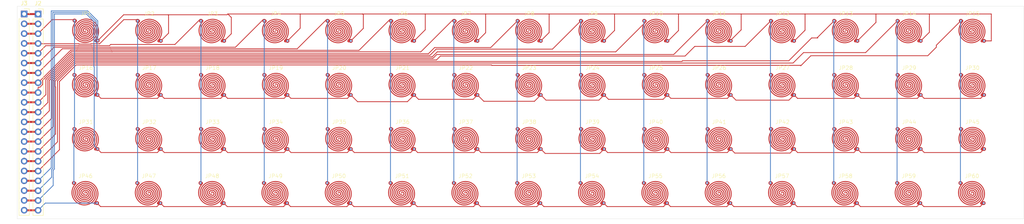
<source format=kicad_pcb>
(kicad_pcb (version 20241229) (generator "pcbnew") (generator_version "9.0")
  (layers (0 "F.Cu" signal) (2 "B.Cu" signal) (13 "F.Paste" user) (15 "B.Paste" user) (5 "F.SilkS" user "F.Silkscreen") (7 "B.SilkS" user "B.Silkscreen") (1 "F.Mask" user) (3 "B.Mask" user) (25 "Edge.Cuts" user))
  (net 0 "")
  (net 1 "COL_3")
  (net 2 "COL_11")
  (net 3 "COL_0")
  (net 4 "COL_8")
  (net 5 "COL_14")
  (net 6 "COL_6")
  (net 7 "COL_12")
  (net 8 "COL_1")
  (net 9 "GND")
  (net 10 "ROW_0")
  (net 11 "COL_9")
  (net 12 "COL_2")
  (net 13 "COL_13")
  (net 14 "COL_5")
  (net 15 "COL_10")
  (net 16 "ROW_1")
  (net 17 "+3.3V")
  (net 18 "ROW_2")
  (net 19 "COL_4")
  (net 20 "ROW_3")
  (net 21 "COL_7")
  (footprint "FlexSensorFootprint:10mmPad" (layer "F.Cu") (at 218.262831 40.863826)
    (property "Reference" "JP12")
    (property "Value" "Jumper_2_Open" (hide yes))
  )
  (footprint "FlexSensorFootprint:10mmPad" (layer "F.Cu") (at 152.726928 82.856913)
    (property "Reference" "JP53")
    (property "Value" "Jumper_2_Open" (hide yes))
  )
  (footprint "FlexSensorFootprint:10mmPad" (layer "F.Cu") (at 201.796157 82.856913)
    (property "Reference" "JP56")
    (property "Value" "Jumper_2_Open" (hide yes))
  )
  (footprint "Connector_PinSocket_2.54mm:PinSocket_1x21_P2.54mm_Vertical" (layer "F.Cu") (at 26.2 36.92)
    (property "Reference" "J2")
    (property "Value" "Conn_01x21_Pin")
  )
  (footprint "FlexSensorFootprint:10mmPad" (layer "F.Cu") (at 38.23206 82.856913)
    (property "Reference" "JP46")
    (property "Value" "Jumper_2_Open" (hide yes))
  )
  (footprint "FlexSensorFootprint:10mmPad" (layer "F.Cu") (at 136.480782 68.859217)
    (property "Reference" "JP37")
    (property "Value" "Jumper_2_Open" (hide yes))
  )
  (footprint "FlexSensorFootprint:10mmPad" (layer "F.Cu") (at 169.193602 68.859217)
    (property "Reference" "JP39")
    (property "Value" "Jumper_2_Open" (hide yes))
  )
  (footprint "FlexSensorFootprint:10mmPad" (layer "F.Cu") (at 136.480782 40.863826)
    (property "Reference" "JP7")
    (property "Value" "Jumper_2_Open" (hide yes))
  )
  (footprint "FlexSensorFootprint:10mmPad" (layer "F.Cu") (at 250.97565 40.863826)
    (property "Reference" "JP14")
    (property "Value" "Jumper_2_Open" (hide yes))
  )
  (footprint "FlexSensorFootprint:10mmPad" (layer "F.Cu") (at 87.411553 68.859217)
    (property "Reference" "JP34")
    (property "Value" "Jumper_2_Open" (hide yes))
  )
  (footprint "FlexSensorFootprint:10mmPad" (layer "F.Cu") (at 234.619241 40.863826)
    (property "Reference" "JP13")
    (property "Value" "Jumper_2_Open" (hide yes))
  )
  (footprint "FlexSensorFootprint:10mmPad" (layer "F.Cu") (at 54.698734 68.859217)
    (property "Reference" "JP32")
    (property "Value" "Jumper_2_Open" (hide yes))
  )
  (footprint "FlexSensorFootprint:10mmPad" (layer "F.Cu") (at 54.698734 54.861522)
    (property "Reference" "JP17")
    (property "Value" "Jumper_2_Open" (hide yes))
  )
  (footprint "FlexSensorFootprint:10mmPad" (layer "F.Cu") (at 234.508977 82.856913)
    (property "Reference" "JP58")
    (property "Value" "Jumper_2_Open" (hide yes))
  )
  (footprint "FlexSensorFootprint:10mmPad" (layer "F.Cu") (at 120.124373 40.863826)
    (property "Reference" "JP6")
    (property "Value" "Jumper_2_Open" (hide yes))
  )
  (footprint "FlexSensorFootprint:10mmPad" (layer "F.Cu") (at 250.97565 54.861522)
    (property "Reference" "JP29")
    (property "Value" "Jumper_2_Open" (hide yes))
  )
  (footprint "FlexSensorFootprint:10mmPad" (layer "F.Cu") (at 234.619241 68.859217)
    (property "Reference" "JP43")
    (property "Value" "Jumper_2_Open" (hide yes))
  )
  (footprint "FlexSensorFootprint:10mmPad" (layer "F.Cu") (at 120.124373 54.861522)
    (property "Reference" "JP21")
    (property "Value" "Jumper_2_Open" (hide yes))
  )
  (footprint "FlexSensorFootprint:10mmPad" (layer "F.Cu") (at 169.083338 82.856913)
    (property "Reference" "JP54")
    (property "Value" "Jumper_2_Open" (hide yes))
  )
  (footprint "FlexSensorFootprint:10mmPad" (layer "F.Cu") (at 103.767963 54.861522)
    (property "Reference" "JP20")
    (property "Value" "Jumper_2_Open" (hide yes))
  )
  (footprint "FlexSensorFootprint:10mmPad" (layer "F.Cu") (at 250.97565 68.859217)
    (property "Reference" "JP44")
    (property "Value" "Jumper_2_Open" (hide yes))
  )
  (footprint "FlexSensorFootprint:10mmPad" (layer "F.Cu") (at 152.837192 68.859217)
    (property "Reference" "JP38")
    (property "Value" "Jumper_2_Open" (hide yes))
  )
  (footprint "FlexSensorFootprint:10mmPad" (layer "F.Cu") (at 71.055144 40.863826)
    (property "Reference" "JP3")
    (property "Value" "Jumper_2_Open" (hide yes))
  )
  (footprint "FlexSensorFootprint:10mmPad" (layer "F.Cu") (at 218.152567 82.856913)
    (property "Reference" "JP57")
    (property "Value" "Jumper_2_Open" (hide yes))
  )
  (footprint "FlexSensorFootprint:10mmPad" (layer "F.Cu") (at 103.657699 82.856913)
    (property "Reference" "JP50")
    (property "Value" "Jumper_2_Open" (hide yes))
  )
  (footprint "FlexSensorFootprint:10mmPad" (layer "F.Cu") (at 185.550012 54.861522)
    (property "Reference" "JP25")
    (property "Value" "Jumper_2_Open" (hide yes))
  )
  (footprint "FlexSensorFootprint:10mmPad" (layer "F.Cu") (at 169.193602 40.863826)
    (property "Reference" "JP9")
    (property "Value" "Jumper_2_Open" (hide yes))
  )
  (footprint "FlexSensorFootprint:10mmPad" (layer "F.Cu") (at 234.619241 54.861522)
    (property "Reference" "JP28")
    (property "Value" "Jumper_2_Open" (hide yes))
  )
  (footprint "FlexSensorFootprint:10mmPad" (layer "F.Cu") (at 136.370518 82.856913)
    (property "Reference" "JP52")
    (property "Value" "Jumper_2_Open" (hide yes))
  )
  (footprint "FlexSensorFootprint:10mmPad" (layer "F.Cu") (at 120.124373 68.859217)
    (property "Reference" "JP36")
    (property "Value" "Jumper_2_Open" (hide yes))
  )
  (footprint "FlexSensorFootprint:10mmPad" (layer "F.Cu") (at 201.906421 40.863826)
    (property "Reference" "JP11")
    (property "Value" "Jumper_2_Open" (hide yes))
  )
  (footprint "FlexSensorFootprint:10mmPad" (layer "F.Cu") (at 103.767963 68.859217)
    (property "Reference" "JP35")
    (property "Value" "Jumper_2_Open" (hide yes))
  )
  (footprint "FlexSensorFootprint:10mmPad" (layer "F.Cu") (at 185.550012 40.863826)
    (property "Reference" "JP10")
    (property "Value" "Jumper_2_Open" (hide yes))
  )
  (footprint "FlexSensorFootprint:10mmPad" (layer "F.Cu") (at 38.4 40.8)
    (property "Reference" "JP1")
    (property "Value" "Jumper_2_Open" (hide yes))
  )
  (footprint "FlexSensorFootprint:10mmPad" (layer "F.Cu") (at 87.411553 40.863826)
    (property "Reference" "JP4")
    (property "Value" "Jumper_2_Open" (hide yes))
  )
  (footprint "FlexSensorFootprint:10mmPad" (layer "F.Cu") (at 201.906421 68.859217)
    (property "Reference" "JP41")
    (property "Value" "Jumper_2_Open" (hide yes))
  )
  (footprint "FlexSensorFootprint:10mmPad" (layer "F.Cu") (at 103.767963 40.863826)
    (property "Reference" "JP5")
    (property "Value" "Jumper_2_Open" (hide yes))
  )
  (footprint "FlexSensorFootprint:10mmPad" (layer "F.Cu") (at 71.055144 68.859217)
    (property "Reference" "JP33")
    (property "Value" "Jumper_2_Open" (hide yes))
  )
  (footprint "FlexSensorFootprint:10mmPad" (layer "F.Cu") (at 38.342324 54.861522)
    (property "Reference" "JP16")
    (property "Value" "Jumper_2_Open" (hide yes))
  )
  (footprint "FlexSensorFootprint:10mmPad" (layer "F.Cu") (at 169.193602 54.861522)
    (property "Reference" "JP24")
    (property "Value" "Jumper_2_Open" (hide yes))
  )
  (footprint "FlexSensorFootprint:10mmPad" (layer "F.Cu") (at 87.301289 82.856913)
    (property "Reference" "JP49")
    (property "Value" "Jumper_2_Open" (hide yes))
  )
  (footprint "FlexSensorFootprint:10mmPad" (layer "F.Cu") (at 267.221796 82.856913)
    (property "Reference" "JP60")
    (property "Value" "Jumper_2_Open" (hide yes))
  )
  (footprint "FlexSensorFootprint:10mmPad" (layer "F.Cu") (at 218.262831 54.861522)
    (property "Reference" "JP27")
    (property "Value" "Jumper_2_Open" (hide yes))
  )
  (footprint "FlexSensorFootprint:10mmPad" (layer "F.Cu") (at 267.33206 40.863826)
    (property "Reference" "JP15")
    (property "Value" "Jumper_2_Open" (hide yes))
  )
  (footprint "FlexSensorFootprint:10mmPad" (layer "F.Cu") (at 152.837192 54.861522)
    (property "Reference" "JP23")
    (property "Value" "Jumper_2_Open" (hide yes))
  )
  (footprint "FlexSensorFootprint:10mmPad" (layer "F.Cu") (at 267.33206 68.859217)
    (property "Reference" "JP45")
    (property "Value" "Jumper_2_Open" (hide yes))
  )
  (footprint "FlexSensorFootprint:10mmPad" (layer "F.Cu") (at 267.33206 54.861522)
    (property "Reference" "JP30")
    (property "Value" "Jumper_2_Open" (hide yes))
  )
  (footprint "FlexSensorFootprint:10mmPad" (layer "F.Cu") (at 136.480782 54.861522)
    (property "Reference" "JP22")
    (property "Value" "Jumper_2_Open" (hide yes))
  )
  (footprint "FlexSensorFootprint:10mmPad" (layer "F.Cu") (at 70.94488 82.856913)
    (property "Reference" "JP48")
    (property "Value" "Jumper_2_Open" (hide yes))
  )
  (footprint "FlexSensorFootprint:10mmPad" (layer "F.Cu") (at 54.58847 82.856913)
    (property "Reference" "JP47")
    (property "Value" "Jumper_2_Open" (hide yes))
  )
  (footprint "FlexSensorFootprint:10mmPad" (layer "F.Cu") (at 250.865386 82.856913)
    (property "Reference" "JP59")
    (property "Value" "Jumper_2_Open" (hide yes))
  )
  (footprint "FlexSensorFootprint:10mmPad" (layer "F.Cu") (at 120.014109 82.856913)
    (property "Reference" "JP51")
    (property "Value" "Jumper_2_Open" (hide yes))
  )
  (footprint "FlexSensorFootprint:10mmPad" (layer "F.Cu") (at 71.055144 54.861522)
    (property "Reference" "JP18")
    (property "Value" "Jumper_2_Open" (hide yes))
  )
  (footprint "FlexSensorFootprint:10mmPad" (layer "F.Cu") (at 185.439748 82.856913)
    (property "Reference" "JP55")
    (property "Value" "Jumper_2_Open" (hide yes))
  )
  (footprint "Connector_PinSocket_2.54mm:PinSocket_1x21_P2.54mm_Vertical" (layer "F.Cu") (at 22.6 36.9)
    (property "Reference" "J3")
    (property "Value" "Conn_01x21_Pin")
  )
  (footprint "FlexSensorFootprint:10mmPad" (layer "F.Cu") (at 201.906421 54.861522)
    (property "Reference" "JP26")
    (property "Value" "Jumper_2_Open" (hide yes))
  )
  (footprint "FlexSensorFootprint:10mmPad" (layer "F.Cu") (at 218.262831 68.859217)
    (property "Reference" "JP42")
    (property "Value" "Jumper_2_Open" (hide yes))
  )
  (footprint "FlexSensorFootprint:10mmPad" (layer "F.Cu") (at 87.411553 54.861522)
    (property "Reference" "JP19")
    (property "Value" "Jumper_2_Open" (hide yes))
  )
  (footprint "FlexSensorFootprint:10mmPad" (layer "F.Cu") (at 38.342324 68.859217)
    (property "Reference" "JP31")
    (property "Value" "Jumper_2_Open" (hide yes))
  )
  (footprint "FlexSensorFootprint:10mmPad" (layer "F.Cu") (at 185.550012 68.859217)
    (property "Reference" "JP40")
    (property "Value" "Jumper_2_Open" (hide yes))
  )
  (footprint "FlexSensorFootprint:10mmPad" (layer "F.Cu") (at 54.698734 40.863826)
    (property "Reference" "JP2")
    (property "Value" "Jumper_2_Open" (hide yes))
  )
  (footprint "FlexSensorFootprint:10mmPad" (layer "F.Cu") (at 152.837192 40.863826)
    (property "Reference" "JP8")
    (property "Value" "Jumper_2_Open" (hide yes))
  )
  (gr_rect (start 20.78206 34.906913) (end 280.782057 89.906913) (stroke (width 0.05)) (fill no) (layer "Edge.Cuts"))
  (segment (start 26.2 49.62) (end 30.319 45.501) (width 0.2) (layer "F.Cu") (net 1))
  (segment (start 36.473677 45.505581) (end 40.141918 45.505581) (width 0.2) (layer "F.Cu") (net 1))
  (segment (start 26.18 49.6) (end 26.2 49.62) (width 0.2) (layer "F.Cu") (net 1))
  (segment (start 22.6 49.6) (end 26.18 49.6) (width 0.5) (layer "F.Cu") (net 1))
  (segment (start 40.146499 45.501) (end 44.804401 45.501) (width 0.2) (layer "F.Cu") (net 1))
  (segment (start 40.141918 45.505581) (end 40.146499 45.501) (width 0.2) (layer "F.Cu") (net 1))
  (segment (start 36.469096 45.501) (end 36.473677 45.505581) (width 0.2) (layer "F.Cu") (net 1))
  (segment (start 44.805401 45.5) (end 77.18402 45.5) (width 0.2) (layer "F.Cu") (net 1))
  (segment (start 30.319 45.501) (end 36.469096 45.501) (width 0.2) (layer "F.Cu") (net 1))
  (segment (start 77.18402 45.5) (end 84.315874 38.368146) (width 0.2) (layer "F.Cu") (net 1))
  (segment (start 44.804401 45.501) (end 44.805401 45.5) (width 0.2) (layer "F.Cu") (net 1))
  (via (at 84.611553 38.663826) (size 0.6) (drill 0.3) (layers "F.Cu" "B.Cu") (net 1))
  (via (at 84.611553 66.659217) (size 0.6) (drill 0.3) (layers "F.Cu" "B.Cu") (net 1))
  (via (at 84.501289 80.656913) (size 0.6) (drill 0.3) (layers "F.Cu" "B.Cu") (net 1))
  (via (at 84.611553 52.661522) (size 0.6) (drill 0.3) (layers "F.Cu" "B.Cu") (net 1))
  (segment (start 84.611553 38.663826) (end 84.611553 80.546649) (width 0.2) (layer "B.Cu") (net 1))
  (segment (start 84.611553 80.546649) (end 84.501289 80.656913) (width 0.2) (layer "B.Cu") (net 1))
  (segment (start 26.2 69.94) (end 30.1 66.04) (width 0.2) (layer "F.Cu") (net 2))
  (segment (start 195.8 45.3) (end 208.826657 45.3) (width 0.2) (layer "F.Cu") (net 2))
  (segment (start 30.101 54.2016) (end 35.4986 48.804) (width 0.2) (layer "F.Cu") (net 2))
  (segment (start 208.826657 45.3) (end 215.462831 38.663826) (width 0.2) (layer "F.Cu") (net 2))
  (segment (start 193.3 47.8) (end 195.8 45.3) (width 0.2) (layer "F.Cu") (net 2))
  (segment (start 30.1 66.04) (end 30.1 64.0671) (width 0.2) (layer "F.Cu") (net 2))
  (segment (start 30.1 64.0671) (end 30.101 64.0661) (width 0.2) (layer "F.Cu") (net 2))
  (segment (start 26.18 69.92) (end 26.2 69.94) (width 0.2) (layer "F.Cu") (net 2))
  (segment (start 30.101 64.0661) (end 30.101 54.2016) (width 0.2) (layer "F.Cu") (net 2))
  (segment (start 22.6 69.92) (end 26.18 69.92) (width 0.5) (layer "F.Cu") (net 2))
  (segment (start 130.1 47.8) (end 193.3 47.8) (width 0.2) (layer "F.Cu") (net 2))
  (segment (start 129.096 48.804) (end 130.1 47.8) (width 0.2) (layer "F.Cu") (net 2))
  (segment (start 35.4986 48.804) (end 129.096 48.804) (width 0.2) (layer "F.Cu") (net 2))
  (via (at 215.462831 52.661522) (size 0.6) (drill 0.3) (layers "F.Cu" "B.Cu") (net 2))
  (via (at 215.462831 66.659217) (size 0.6) (drill 0.3) (layers "F.Cu" "B.Cu") (net 2))
  (via (at 215.352567 80.656913) (size 0.6) (drill 0.3) (layers "F.Cu" "B.Cu") (net 2))
  (via (at 215.462831 38.663826) (size 0.6) (drill 0.3) (layers "F.Cu" "B.Cu") (net 2))
  (segment (start 215.352567 38.77409) (end 215.462831 38.663826) (width 0.2) (layer "B.Cu") (net 2))
  (segment (start 215.352567 80.656913) (end 215.352567 38.77409) (width 0.2) (layer "B.Cu") (net 2))
  (segment (start 22.62 42) (end 22.6 41.98) (width 0.2) (layer "F.Cu") (net 3))
  (segment (start 26.2 42) (end 29.831854 38.368146) (width 0.2) (layer "F.Cu") (net 3))
  (segment (start 29.831854 38.368146) (end 35.246645 38.368146) (width 0.2) (layer "F.Cu") (net 3))
  (segment (start 26.2 42) (end 22.62 42) (width 0.5) (layer "F.Cu") (net 3))
  (via (at 35.6 38.6) (size 0.6) (drill 0.3) (layers "F.Cu" "B.Cu") (net 3))
  (via (at 35.43206 80.656913) (size 0.6) (drill 0.3) (layers "F.Cu" "B.Cu") (net 3))
  (via (at 35.542324 66.659217) (size 0.6) (drill 0.3) (layers "F.Cu" "B.Cu") (net 3))
  (via (at 35.542324 52.661522) (size 0.6) (drill 0.3) (layers "F.Cu" "B.Cu") (net 3))
  (segment (start 35.43206 80.656913) (end 35.43206 66.769481) (width 0.2) (layer "B.Cu") (net 3))
  (segment (start 35.6 38.6) (end 35.6 66.601541) (width 0.2) (layer "B.Cu") (net 3))
  (segment (start 35.43206 66.769481) (end 35.542324 66.659217) (width 0.2) (layer "B.Cu") (net 3))
  (segment (start 35.6 66.601541) (end 35.542324 66.659217) (width 0.2) (layer "B.Cu") (net 3))
  (segment (start 127.4 47.601) (end 129 46.001) (width 0.2) (layer "F.Cu") (net 4))
  (segment (start 22.62 62.32) (end 22.6 62.3) (width 0.2) (layer "F.Cu") (net 4))
  (segment (start 129 46.001) (end 159.056428 46.001) (width 0.2) (layer "F.Cu") (net 4))
  (segment (start 28.7 59.82) (end 28.7 53.9013) (width 0.2) (layer "F.Cu") (net 4))
  (segment (start 159.056428 46.001) (end 166.393602 38.663826) (width 0.2) (layer "F.Cu") (net 4))
  (segment (start 35.0003 47.601) (end 127.4 47.601) (width 0.2) (layer "F.Cu") (net 4))
  (segment (start 28.7 53.9013) (end 35.0003 47.601) (width 0.2) (layer "F.Cu") (net 4))
  (segment (start 26.2 62.32) (end 22.62 62.32) (width 0.5) (layer "F.Cu") (net 4))
  (segment (start 26.2 62.32) (end 28.7 59.82) (width 0.2) (layer "F.Cu") (net 4))
  (via (at 166.283338 80.656913) (size 0.6) (drill 0.3) (layers "F.Cu" "B.Cu") (net 4))
  (via (at 166.393602 66.659217) (size 0.6) (drill 0.3) (layers "F.Cu" "B.Cu") (net 4))
  (via (at 166.393602 38.663826) (size 0.6) (drill 0.3) (layers "F.Cu" "B.Cu") (net 4))
  (via (at 166.393602 52.661522) (size 0.6) (drill 0.3) (layers "F.Cu" "B.Cu") (net 4))
  (segment (start 166.283338 38.77409) (end 166.393602 38.663826) (width 0.2) (layer "B.Cu") (net 4))
  (segment (start 166.283338 80.656913) (end 166.283338 38.77409) (width 0.2) (layer "B.Cu") (net 4))
  (segment (start 36 50.1) (end 143.3 50.1) (width 0.2) (layer "F.Cu") (net 5))
  (segment (start 31.7 54.4) (end 36 50.1) (width 0.2) (layer "F.Cu") (net 5))
  (segment (start 143.4 50.2) (end 223.1 50.2) (width 0.2) (layer "F.Cu") (net 5))
  (segment (start 258.2 45.5) (end 258.2 44.995886) (width 0.2) (layer "F.Cu") (net 5))
  (segment (start 26.2 77.56) (end 22.62 77.56) (width 0.5) (layer "F.Cu") (net 5))
  (segment (start 256 47.7) (end 258.2 45.5) (width 0.2) (layer "F.Cu") (net 5))
  (segment (start 143.3 50.1) (end 143.4 50.2) (width 0.2) (layer "F.Cu") (net 5))
  (segment (start 223.2 50.3) (end 225.8 47.7) (width 0.2) (layer "F.Cu") (net 5))
  (segment (start 22.62 77.56) (end 22.6 77.54) (width 0.2) (layer "F.Cu") (net 5))
  (segment (start 31.7 72.06) (end 31.7 54.4) (width 0.2) (layer "F.Cu") (net 5))
  (segment (start 258.2 44.995886) (end 264.53206 38.663826) (width 0.2) (layer "F.Cu") (net 5))
  (segment (start 26.2 77.56) (end 31.7 72.06) (width 0.2) (layer "F.Cu") (net 5))
  (segment (start 225.8 47.7) (end 256 47.7) (width 0.2) (layer "F.Cu") (net 5))
  (segment (start 223.1 50.2) (end 223.2 50.3) (width 0.2) (layer "F.Cu") (net 5))
  (via (at 264.421796 80.656913) (size 0.6) (drill 0.3) (layers "F.Cu" "B.Cu") (net 5))
  (via (at 264.53206 38.663826) (size 0.6) (drill 0.3) (layers "F.Cu" "B.Cu") (net 5))
  (via (at 264.53206 52.661522) (size 0.6) (drill 0.3) (layers "F.Cu" "B.Cu") (net 5))
  (via (at 264.53206 66.659217) (size 0.6) (drill 0.3) (layers "F.Cu" "B.Cu") (net 5))
  (segment (start 264.421796 38.77409) (end 264.53206 38.663826) (width 0.2) (layer "B.Cu") (net 5))
  (segment (start 264.421796 80.656913) (end 264.421796 38.77409) (width 0.2) (layer "B.Cu") (net 5))
  (segment (start 26.2 57.24) (end 26.2 56) (width 0.2) (layer "F.Cu") (net 6))
  (segment (start 26.2 57.24) (end 22.62 57.24) (width 0.5) (layer "F.Cu") (net 6))
  (segment (start 40.640218 46.708581) (end 40.644799 46.704) (width 0.2) (layer "F.Cu") (net 6))
  (segment (start 26.2 56) (end 26.349 55.851) (width 0.2) (layer "F.Cu") (net 6))
  (segment (start 26.349 55.851) (end 26.67676 55.851) (width 0.2) (layer "F.Cu") (net 6))
  (segment (start 26.67676 55.851) (end 27.351 55.17676) (width 0.2) (layer "F.Cu") (net 6))
  (segment (start 40.644799 46.704) (end 45.302701 46.704) (width 0.2) (layer "F.Cu") (net 6))
  (segment (start 27.351 55.17676) (end 27.351 54.1161) (width 0.2) (layer "F.Cu") (net 6))
  (segment (start 45.302701 46.704) (end 45.303701 46.703) (width 0.2) (layer "F.Cu") (net 6))
  (segment (start 125.050249 46.703) (end 133.385103 38.368146) (width 0.2) (layer "F.Cu") (net 6))
  (segment (start 45.303701 46.703) (end 125.050249 46.703) (width 0.2) (layer "F.Cu") (net 6))
  (segment (start 27.351 54.1161) (end 34.758519 46.708581) (width 0.2) (layer "F.Cu") (net 6))
  (segment (start 34.758519 46.708581) (end 40.640218 46.708581) (width 0.2) (layer "F.Cu") (net 6))
  (segment (start 22.62 57.24) (end 22.6 57.22) (width 0.2) (layer "F.Cu") (net 6))
  (via (at 133.570518 80.656913) (size 0.6) (drill 0.3) (layers "F.Cu" "B.Cu") (net 6))
  (via (at 133.680782 66.659217) (size 0.6) (drill 0.3) (layers "F.Cu" "B.Cu") (net 6))
  (via (at 133.680782 38.663826) (size 0.6) (drill 0.3) (layers "F.Cu" "B.Cu") (net 6))
  (via (at 133.680782 52.661522) (size 0.6) (drill 0.3) (layers "F.Cu" "B.Cu") (net 6))
  (segment (start 133.570518 38.77409) (end 133.680782 38.663826) (width 0.2) (layer "B.Cu") (net 6))
  (segment (start 133.570518 80.656913) (end 133.570518 38.77409) (width 0.2) (layer "B.Cu") (net 6))
  (segment (start 227.5 43.1) (end 227.5 42.983067) (width 0.2) (layer "F.Cu") (net 7))
  (segment (start 187.305 49.205) (end 187.309 49.201) (width 0.2) (layer "F.Cu") (net 7))
  (segment (start 220.1 49) (end 226 43.1) (width 0.2) (layer "F.Cu") (net 7))
  (segment (start 192.6671 49) (end 220.1 49) (width 0.2) (layer "F.Cu") (net 7))
  (segment (start 35.6647 49.205) (end 187.305 49.205) (width 0.2) (layer "F.Cu") (net 7))
  (segment (start 30.6 55.7) (end 30.6 54.2697) (width 0.2) (layer "F.Cu") (net 7))
  (segment (start 192.4661 49.201) (end 192.6671 49) (width 0.2) (layer "F.Cu") (net 7))
  (segment (start 30.6 54.2697) (end 35.6647 49.205) (width 0.2) (layer "F.Cu") (net 7))
  (segment (start 227.5 43.1) (end 227.6 43.1) (width 0.2) (layer "F.Cu") (net 7))
  (segment (start 30.7 55.8) (end 30.6 55.7) (width 0.2) (layer "F.Cu") (net 7))
  (segment (start 22.62 72.48) (end 22.6 72.46) (width 0.2) (layer "F.Cu") (net 7))
  (segment (start 26.2 72.48) (end 30.7 67.98) (width 0.2) (layer "F.Cu") (net 7))
  (segment (start 26.2 72.48) (end 22.62 72.48) (width 0.5) (layer "F.Cu") (net 7))
  (segment (start 30.7 67.98) (end 30.7 55.8) (width 0.2) (layer "F.Cu") (net 7))
  (segment (start 226 43.1) (end 227.5 43.1) (width 0.2) (layer "F.Cu") (net 7))
  (segment (start 187.309 49.201) (end 192.4661 49.201) (width 0.2) (layer "F.Cu") (net 7))
  (segment (start 227.5 42.983067) (end 231.819241 38.663826) (width 0.2) (layer "F.Cu") (net 7))
  (via (at 231.819241 66.659217) (size 0.6) (drill 0.3) (layers "F.Cu" "B.Cu") (net 7))
  (via (at 231.819241 52.661522) (size 0.6) (drill 0.3) (layers "F.Cu" "B.Cu") (net 7))
  (via (at 231.819241 38.663826) (size 0.6) (drill 0.3) (layers "F.Cu" "B.Cu") (net 7))
  (via (at 231.708977 80.656913) (size 0.6) (drill 0.3) (layers "F.Cu" "B.Cu") (net 7))
  (segment (start 231.708977 38.77409) (end 231.819241 38.663826) (width 0.2) (layer "B.Cu") (net 7))
  (segment (start 231.708977 80.656913) (end 231.708977 38.77409) (width 0.2) (layer "B.Cu") (net 7))
  (segment (start 48.331854 38.368146) (end 51.603055 38.368146) (width 0.2) (layer "F.Cu") (net 8))
  (segment (start 41.933856 44.606) (end 41.939856 44.6) (width 0.2) (layer "F.Cu") (net 8))
  (segment (start 42.1 44.6) (end 48.331854 38.368146) (width 0.2) (layer "F.Cu") (net 8))
  (segment (start 26.18 44.52) (end 26.2 44.54) (width 0.2) (layer "F.Cu") (net 8))
  (segment (start 36.702296 44.6) (end 36.805877 44.703581) (width 0.2) (layer "F.Cu") (net 8))
  (segment (start 26.26 44.6) (end 36.702296 44.6) (width 0.2) (layer "F.Cu") (net 8))
  (segment (start 41.939856 44.6) (end 42.1 44.6) (width 0.2) (layer "F.Cu") (net 8))
  (segment (start 26.2 44.54) (end 26.26 44.6) (width 0.2) (layer "F.Cu") (net 8))
  (segment (start 39.809718 44.703581) (end 39.907299 44.606) (width 0.2) (layer "F.Cu") (net 8))
  (segment (start 39.907299 44.606) (end 41.933856 44.606) (width 0.2) (layer "F.Cu") (net 8))
  (segment (start 22.6 44.52) (end 26.18 44.52) (width 0.5) (layer "F.Cu") (net 8))
  (segment (start 36.805877 44.703581) (end 39.809718 44.703581) (width 0.2) (layer "F.Cu") (net 8))
  (via (at 51.898734 66.659217) (size 0.6) (drill 0.3) (layers "F.Cu" "B.Cu") (net 8))
  (via (at 51.898734 52.661522) (size 0.6) (drill 0.3) (layers "F.Cu" "B.Cu") (net 8))
  (via (at 51.898734 38.663826) (size 0.6) (drill 0.3) (layers "F.Cu" "B.Cu") (net 8))
  (via (at 51.78847 80.656913) (size 0.6) (drill 0.3) (layers "F.Cu" "B.Cu") (net 8))
  (segment (start 51.898734 38.663826) (end 51.898734 80.546649) (width 0.2) (layer "B.Cu") (net 8))
  (segment (start 51.898734 80.546649) (end 51.78847 80.656913) (width 0.2) (layer "B.Cu") (net 8))
  (segment (start 22.62 36.92) (end 22.6 36.9) (width 0.2) (layer "F.Cu") (net 9))
  (segment (start 26.2 36.92) (end 22.62 36.92) (width 0.5) (layer "F.Cu") (net 9))
  (segment (start 207.8 41) (end 207.8 36.9) (width 0.2) (layer "F.Cu") (net 10))
  (segment (start 175.1 36.9) (end 191.6 36.9) (width 0.2) (layer "F.Cu") (net 10))
  (segment (start 93.9 36.9) (end 110 36.9) (width 0.2) (layer "F.Cu") (net 10))
  (segment (start 191.6 36.9) (end 207.8 36.9) (width 0.2) (layer "F.Cu") (net 10))
  (segment (start 139.680782 43.863826) (end 141.8 41.744608) (width 0.2) (layer "F.Cu") (net 10))
  (segment (start 75.2 36.9) (end 75 37.1) (width 0.2) (layer "F.Cu") (net 10))
  (segment (start 224.1 41.3) (end 224.3 41.1) (width 0.2) (layer "F.Cu") (net 10))
  (segment (start 242.6 39.083067) (end 242.6 36.9) (width 0.2) (layer "F.Cu") (net 10))
  (segment (start 110.2 37.1) (end 110 36.9) (width 0.2) (layer "F.Cu") (net 10))
  (segment (start 207.8 36.9) (end 224.3 36.9) (width 0.2) (layer "F.Cu") (net 10))
  (segment (start 158.2 41.701018) (end 158.2 36.9) (width 0.2) (layer "F.Cu") (net 10))
  (segment (start 188.750012 43.863826) (end 188.936174 43.863826) (width 0.2) (layer "F.Cu") (net 10))
  (segment (start 41.6 43.8) (end 48.3 37.1) (width 0.2) (layer "F.Cu") (net 10))
  (segment (start 106.967963 43.863826) (end 110.2 40.631789) (width 0.2) (layer "F.Cu") (net 10))
  (segment (start 172.393602 43.863826) (end 175.1 41.157428) (width 0.2) (layer "F.Cu") (net 10))
  (segment (start 126.2 40.988199) (end 126.2 36.9) (width 0.2) (layer "F.Cu") (net 10))
  (segment (start 74.255144 43.863826) (end 76.1 42.01897) (width 0.2) (layer "F.Cu") (net 10))
  (segment (start 256.4 41.639476) (end 256.4 36.9) (width 0.2) (layer "F.Cu") (net 10))
  (segment (start 221.536174 43.863826) (end 224.1 41.3) (width 0.2) (layer "F.Cu") (net 10))
  (segment (start 237.819241 43.863826) (end 242.6 39.083067) (width 0.2) (layer "F.Cu") (net 10))
  (segment (start 93.9 40.575379) (end 93.9 36.9) (width 0.2) (layer "F.Cu") (net 10))
  (segment (start 75 37.1) (end 59.8 37.1) (width 0.2) (layer "F.Cu") (net 10))
  (segment (start 76.1 37.8) (end 75.2 36.9) (width 0.2) (layer "F.Cu") (net 10))
  (segment (start 254.17565 43.863826) (end 256.4 41.639476) (width 0.2) (layer "F.Cu") (net 10))
  (segment (start 59.9 41.86256) (end 57.898734 43.863826) (width 0.2) (layer "F.Cu") (net 10))
  (segment (start 141.8 36.9) (end 158.2 36.9) (width 0.2) (layer "F.Cu") (net 10))
  (segment (start 242.6 36.9) (end 256.4 36.9) (width 0.2) (layer "F.Cu") (net 10))
  (segment (start 256.4 36.9) (end 272.4 36.9) (width 0.2) (layer "F.Cu") (net 10))
  (segment (start 90.611553 43.863826) (end 93.9 40.575379) (width 0.2) (layer "F.Cu") (net 10))
  (segment (start 272.4 36.9) (end 272.4 43.863826) (width 0.2) (layer "F.Cu") (net 10))
  (segment (start 175.1 41.157428) (end 175.1 36.9) (width 0.2) (layer "F.Cu") (net 10))
  (segment (start 75.2 36.9) (end 93.9 36.9) (width 0.2) (layer "F.Cu") (net 10))
  (segment (start 123.324373 43.863826) (end 126.2 40.988199) (width 0.2) (layer "F.Cu") (net 10))
  (segment (start 22.6 80.08) (end 26.18 80.08) (width 0.5) (layer "F.Cu") (net 10))
  (segment (start 110 36.9) (end 126.2 36.9) (width 0.2) (layer "F.Cu") (net 10))
  (segment (start 205.106421 43.863826) (end 205.106421 43.693579) (width 0.2) (layer "F.Cu") (net 10))
  (segment (start 158.2 36.9) (end 175.1 36.9) (width 0.2) (layer "F.Cu") (net 10))
  (segment (start 221.462831 43.863826) (end 221.536174 43.863826) (width 0.2) (layer "F.Cu") (net 10))
  (segment (start 126.2 36.9) (end 141.8 36.9) (width 0.2) (layer "F.Cu") (net 10))
  (segment (start 205.106421 43.693579) (end 207.8 41) (width 0.2) (layer "F.Cu") (net 10))
  (segment (start 110.2 40.631789) (end 110.2 37.1) (width 0.2) (layer "F.Cu") (net 10))
  (segment (start 59.9 37.2) (end 59.9 41.86256) (width 0.2) (layer "F.Cu") (net 10))
  (segment (start 191.6 41.2) (end 191.6 36.9) (width 0.2) (layer "F.Cu") (net 10))
  (segment (start 141.8 41.744608) (end 141.8 36.9) (width 0.2) (layer "F.Cu") (net 10))
  (segment (start 59.8 37.1) (end 59.9 37.2) (width 0.2) (layer "F.Cu") (net 10))
  (segment (start 76.1 42.01897) (end 76.1 37.8) (width 0.2) (layer "F.Cu") (net 10))
  (segment (start 272.4 43.863826) (end 270.53206 43.863826) (width 0.2) (layer "F.Cu") (net 10))
  (segment (start 48.3 37.1) (end 59.8 37.1) (width 0.2) (layer "F.Cu") (net 10))
  (segment (start 188.936174 43.863826) (end 191.6 41.2) (width 0.2) (layer "F.Cu") (net 10))
  (segment (start 224.3 36.9) (end 242.6 36.9) (width 0.2) (layer "F.Cu") (net 10))
  (segment (start 156.037192 43.863826) (end 158.2 41.701018) (width 0.2) (layer "F.Cu") (net 10))
  (segment (start 224.3 41.1) (end 224.3 36.9) (width 0.2) (layer "F.Cu") (net 10))
  (segment (start 26.18 80.08) (end 26.2 80.1) (width 0.2) (layer "F.Cu") (net 10))
  (via (at 106.967963 43.863826) (size 0.6) (drill 0.3) (layers "F.Cu" "B.Cu") (net 10))
  (via (at 90.611553 43.863826) (size 0.6) (drill 0.3) (layers "F.Cu" "B.Cu") (net 10))
  (via (at 221.462831 43.863826) (size 0.6) (drill 0.3) (layers "F.Cu" "B.Cu") (net 10))
  (via (at 205.106421 43.863826) (size 0.6) (drill 0.3) (layers "F.Cu" "B.Cu") (net 10))
  (via (at 156.037192 43.863826) (size 0.6) (drill 0.3) (layers "F.Cu" "B.Cu") (net 10))
  (via (at 188.750012 43.863826) (size 0.6) (drill 0.3) (layers "F.Cu" "B.Cu") (net 10))
  (via (at 139.680782 43.863826) (size 0.6) (drill 0.3) (layers "F.Cu" "B.Cu") (net 10))
  (via (at 41.6 43.8) (size 0.6) (drill 0.3) (layers "F.Cu" "B.Cu") (net 10))
  (via (at 237.819241 43.863826) (size 0.6) (drill 0.3) (layers "F.Cu" "B.Cu") (net 10))
  (via (at 123.324373 43.863826) (size 0.6) (drill 0.3) (layers "F.Cu" "B.Cu") (net 10))
  (via (at 254.17565 43.863826) (size 0.6) (drill 0.3) (layers "F.Cu" "B.Cu") (net 10))
  (via (at 74.255144 43.863826) (size 0.6) (drill 0.3) (layers "F.Cu" "B.Cu") (net 10))
  (via (at 57.898734 43.863826) (size 0.6) (drill 0.3) (layers "F.Cu" "B.Cu") (net 10))
  (via (at 172.393602 43.863826) (size 0.6) (drill 0.3) (layers "F.Cu" "B.Cu") (net 10))
  (via (at 270.53206 43.863826) (size 0.6) (drill 0.3) (layers "F.Cu" "B.Cu") (net 10))
  (segment (start 39 36.1) (end 41.6 38.7) (width 0.2) (layer "B.Cu") (net 10))
  (segment (start 41.6 38.7) (end 41.6 43.8) (width 0.2) (layer "B.Cu") (net 10))
  (segment (start 26.2 80.1) (end 29.6 76.7) (width 0.2) (layer "B.Cu") (net 10))
  (segment (start 29.6 76.7) (end 29.6 36.1) (width 0.2) (layer "B.Cu") (net 10))
  (segment (start 29.6 36.1) (end 39 36.1) (width 0.2) (layer "B.Cu") (net 10))
  (segment (start 26.18 64.84) (end 26.2 64.86) (width 0.2) (layer "F.Cu") (net 11))
  (segment (start 175.4 46.7) (end 182.750012 39.349988) (width 0.2) (layer "F.Cu") (net 11))
  (segment (start 35.1664 48.002) (end 127.998 48.002) (width 0.2) (layer "F.Cu") (net 11))
  (segment (start 127.998 48.002) (end 129.3 46.7) (width 0.2) (layer "F.Cu") (net 11))
  (segment (start 29.101 61.959) (end 29.101 54.0674) (width 0.2) (layer "F.Cu") (net 11))
  (segment (start 129.3 46.7) (end 175.4 46.7) (width 0.2) (layer "F.Cu") (net 11))
  (segment (start 22.6 64.84) (end 26.18 64.84) (width 0.5) (layer "F.Cu") (net 11))
  (segment (start 29.101 54.0674) (end 35.1664 48.002) (width 0.2) (layer "F.Cu") (net 11))
  (segment (start 26.2 64.86) (end 29.101 61.959) (width 0.2) (layer "F.Cu") (net 11))
  (segment (start 182.750012 39.349988) (end 182.750012 38.663826) (width 0.2) (layer "F.Cu") (net 11))
  (via (at 182.750012 52.661522) (size 0.6) (drill 0.3) (layers "F.Cu" "B.Cu") (net 11))
  (via (at 182.639748 80.656913) (size 0.6) (drill 0.3) (layers "F.Cu" "B.Cu") (net 11))
  (via (at 182.750012 38.663826) (size 0.6) (drill 0.3) (layers "F.Cu" "B.Cu") (net 11))
  (via (at 182.750012 66.659217) (size 0.6) (drill 0.3) (layers "F.Cu" "B.Cu") (net 11))
  (segment (start 182.639748 38.77409) (end 182.750012 38.663826) (width 0.2) (layer "B.Cu") (net 11))
  (segment (start 182.639748 80.656913) (end 182.639748 38.77409) (width 0.2) (layer "B.Cu") (net 11))
  (segment (start 36.635196 45.1) (end 36.639777 45.104581) (width 0.2) (layer "F.Cu") (net 12))
  (segment (start 44.638301 45.1) (end 44.938301 44.8) (width 0.2) (layer "F.Cu") (net 12))
  (segment (start 25.98 47.08) (end 25.96 47.06) (width 0.2) (layer "F.Cu") (net 12))
  (segment (start 26.2 47.08) (end 25.98 47.08) (width 0.2) (layer "F.Cu") (net 12))
  (segment (start 44.938301 44.8) (end 61.527611 44.8) (width 0.2) (layer "F.Cu") (net 12))
  (segment (start 39.980399 45.1) (end 44.638301 45.1) (width 0.2) (layer "F.Cu") (net 12))
  (segment (start 25.96 47.06) (end 22.6 47.06) (width 0.5) (layer "F.Cu") (net 12))
  (segment (start 61.527611 44.8) (end 67.959465 38.368146) (width 0.2) (layer "F.Cu") (net 12))
  (segment (start 39.975818 45.104581) (end 39.980399 45.1) (width 0.2) (layer "F.Cu") (net 12))
  (segment (start 28.18 45.1) (end 36.635196 45.1) (width 0.2) (layer "F.Cu") (net 12))
  (segment (start 36.639777 45.104581) (end 39.975818 45.104581) (width 0.2) (layer "F.Cu") (net 12))
  (segment (start 26.2 47.08) (end 28.18 45.1) (width 0.2) (layer "F.Cu") (net 12))
  (via (at 68.255144 52.661522) (size 0.6) (drill 0.3) (layers "F.Cu" "B.Cu") (net 12))
  (via (at 68.255144 38.663826) (size 0.6) (drill 0.3) (layers "F.Cu" "B.Cu") (net 12))
  (via (at 68.14488 80.656913) (size 0.6) (drill 0.3) (layers "F.Cu" "B.Cu") (net 12))
  (via (at 68.255144 66.659217) (size 0.6) (drill 0.3) (layers "F.Cu" "B.Cu") (net 12))
  (segment (start 68.255144 38.663826) (end 68.255144 80.546649) (width 0.2) (layer "B.Cu") (net 12))
  (segment (start 68.255144 80.546649) (end 68.14488 80.656913) (width 0.2) (layer "B.Cu") (net 12))
  (segment (start 223.9 46.9) (end 239.939476 46.9) (width 0.2) (layer "F.Cu") (net 13))
  (segment (start 26.18 75) (end 26.2 75.02) (width 0.2) (layer "F.Cu") (net 13))
  (segment (start 31.2 70.02) (end 31.2 54.2368) (width 0.2) (layer "F.Cu") (net 13))
  (segment (start 22.6 75) (end 26.18 75) (width 0.5) (layer "F.Cu") (net 13))
  (segment (start 31.2 54.2368) (end 35.8308 49.606) (width 0.2) (layer "F.Cu") (net 13))
  (segment (start 26.2 75.02) (end 31.2 70.02) (width 0.2) (layer "F.Cu") (net 13))
  (segment (start 221.194 49.606) (end 223.9 46.9) (width 0.2) (layer "F.Cu") (net 13))
  (segment (start 239.939476 46.9) (end 248.17565 38.663826) (width 0.2) (layer "F.Cu") (net 13))
  (segment (start 35.8308 49.606) (end 221.194 49.606) (width 0.2) (layer "F.Cu") (net 13))
  (via (at 248.17565 66.659217) (size 0.6) (drill 0.3) (layers "F.Cu" "B.Cu") (net 13))
  (via (at 248.065386 80.656913) (size 0.6) (drill 0.3) (layers "F.Cu" "B.Cu") (net 13))
  (via (at 248.17565 52.661522) (size 0.6) (drill 0.3) (layers "F.Cu" "B.Cu") (net 13))
  (via (at 248.17565 38.663826) (size 0.6) (drill 0.3) (layers "F.Cu" "B.Cu") (net 13))
  (segment (start 248.065386 38.77409) (end 248.17565 38.663826) (width 0.2) (layer "B.Cu") (net 13))
  (segment (start 248.065386 80.656913) (end 248.065386 38.77409) (width 0.2) (layer "B.Cu") (net 13))
  (segment (start 45.136601 46.303) (end 45.137601 46.302) (width 0.2) (layer "F.Cu") (net 14))
  (segment (start 26.2 54.7) (end 34.597 46.303) (width 0.2) (layer "F.Cu") (net 14))
  (segment (start 36.136896 46.303) (end 36.141477 46.307581) (width 0.2) (layer "F.Cu") (net 14))
  (segment (start 34.597 46.303) (end 36.136896 46.303) (width 0.2) (layer "F.Cu") (net 14))
  (segment (start 45.137601 46.302) (end 109.09484 46.302) (width 0.2) (layer "F.Cu") (net 14))
  (segment (start 109.09484 46.302) (end 117.028694 38.368146) (width 0.2) (layer "F.Cu") (net 14))
  (segment (start 40.474118 46.307581) (end 40.478699 46.303) (width 0.2) (layer "F.Cu") (net 14))
  (segment (start 36.141477 46.307581) (end 40.474118 46.307581) (width 0.2) (layer "F.Cu") (net 14))
  (segment (start 26.18 54.68) (end 26.2 54.7) (width 0.2) (layer "F.Cu") (net 14))
  (segment (start 22.6 54.68) (end 26.18 54.68) (width 0.5) (layer "F.Cu") (net 14))
  (segment (start 40.478699 46.303) (end 45.136601 46.303) (width 0.2) (layer "F.Cu") (net 14))
  (via (at 117.324373 52.661522) (size 0.6) (drill 0.3) (layers "F.Cu" "B.Cu") (net 14))
  (via (at 117.214109 80.656913) (size 0.6) (drill 0.3) (layers "F.Cu" "B.Cu") (net 14))
  (via (at 117.324373 38.663826) (size 0.6) (drill 0.3) (layers "F.Cu" "B.Cu") (net 14))
  (via (at 117.324373 66.659217) (size 0.6) (drill 0.3) (layers "F.Cu" "B.Cu") (net 14))
  (segment (start 117.214109 38.77409) (end 117.324373 38.663826) (width 0.2) (layer "B.Cu") (net 14))
  (segment (start 117.214109 80.656913) (end 117.214109 38.77409) (width 0.2) (layer "B.Cu") (net 14))
  (segment (start 29.7 54.0355) (end 35.3325 48.403) (width 0.2) (layer "F.Cu") (net 15))
  (segment (start 26.2 67.4) (end 29.7 63.9) (width 0.2) (layer "F.Cu") (net 15))
  (segment (start 190.370247 47.4) (end 199.106421 38.663826) (width 0.2) (layer "F.Cu") (net 15))
  (segment (start 22.62 67.4) (end 22.6 67.38) (width 0.2) (layer "F.Cu") (net 15))
  (segment (start 29.7 63.9) (end 29.7 54.0355) (width 0.2) (layer "F.Cu") (net 15))
  (segment (start 26.2 67.4) (end 22.62 67.4) (width 0.5) (layer "F.Cu") (net 15))
  (segment (start 129.1671 47.4) (end 190.370247 47.4) (width 0.2) (layer "F.Cu") (net 15))
  (segment (start 128.1641 48.403) (end 129.1671 47.4) (width 0.2) (layer "F.Cu") (net 15))
  (segment (start 35.3325 48.403) (end 128.1641 48.403) (width 0.2) (layer "F.Cu") (net 15))
  (via (at 198.996157 80.656913) (size 0.6) (drill 0.3) (layers "F.Cu" "B.Cu") (net 15))
  (via (at 199.106421 38.663826) (size 0.6) (drill 0.3) (layers "F.Cu" "B.Cu") (net 15))
  (via (at 199.106421 66.659217) (size 0.6) (drill 0.3) (layers "F.Cu" "B.Cu") (net 15))
  (via (at 199.106421 52.661522) (size 0.6) (drill 0.3) (layers "F.Cu" "B.Cu") (net 15))
  (segment (start 198.996157 38.77409) (end 199.106421 38.663826) (width 0.2) (layer "B.Cu") (net 15))
  (segment (start 198.996157 80.656913) (end 198.996157 38.77409) (width 0.2) (layer "B.Cu") (net 15))
  (segment (start 58.802315 58.765103) (end 73.351563 58.765103) (width 0.2) (layer "F.Cu") (net 16))
  (segment (start 187.611534 59) (end 188.750012 57.861522) (width 0.2) (layer "F.Cu") (net 16))
  (segment (start 26.2 82.64) (end 22.62 82.64) (width 0.5) (layer "F.Cu") (net 16))
  (segment (start 205.106421 57.861522) (end 206.444899 59.2) (width 0.2) (layer "F.Cu") (net 16))
  (segment (start 121.585895 59.6) (end 123.324373 57.861522) (width 0.2) (layer "F.Cu") (net 16))
  (segment (start 90.611553 57.861522) (end 91.515134 58.765103) (width 0.2) (layer "F.Cu") (net 16))
  (segment (start 236.91566 58.765103) (end 237.819241 57.861522) (width 0.2) (layer "F.Cu") (net 16))
  (segment (start 42.445905 58.765103) (end 56.995153 58.765103) (width 0.2) (layer "F.Cu") (net 16))
  (segment (start 139.680782 57.861522) (end 141.31926 59.5) (width 0.2) (layer "F.Cu") (net 16))
  (segment (start 206.444899 59.2) (end 220.124353 59.2) (width 0.2) (layer "F.Cu") (net 16))
  (segment (start 124.462851 59) (end 138.542304 59) (width 0.2) (layer "F.Cu") (net 16))
  (segment (start 269.628479 58.765103) (end 270.53206 57.861522) (width 0.2) (layer "F.Cu") (net 16))
  (segment (start 156.037192 57.861522) (end 157.37567 59.2) (width 0.2) (layer "F.Cu") (net 16))
  (segment (start 75.158725 58.765103) (end 89.707972 58.765103) (width 0.2) (layer "F.Cu") (net 16))
  (segment (start 222.366412 58.765103) (end 236.91566 58.765103) (width 0.2) (layer "F.Cu") (net 16))
  (segment (start 106.967963 57.861522) (end 108.706441 59.6) (width 0.2) (layer "F.Cu") (net 16))
  (segment (start 220.124353 59.2) (end 221.462831 57.861522) (width 0.2) (layer "F.Cu") (net 16))
  (segment (start 74.255144 57.861522) (end 75.158725 58.765103) (width 0.2) (layer "F.Cu") (net 16))
  (segment (start 237.819241 57.861522) (end 238.722822 58.765103) (width 0.2) (layer "F.Cu") (net 16))
  (segment (start 91.515134 58.765103) (end 106.064382 58.765103) (width 0.2) (layer "F.Cu") (net 16))
  (segment (start 204.20284 58.765103) (end 205.106421 57.861522) (width 0.2) (layer "F.Cu") (net 16))
  (segment (start 154.398714 59.5) (end 156.037192 57.861522) (width 0.2) (layer "F.Cu") (net 16))
  (segment (start 89.707972 58.765103) (end 90.611553 57.861522) (width 0.2) (layer "F.Cu") (net 16))
  (segment (start 141.31926 59.5) (end 154.398714 59.5) (width 0.2) (layer "F.Cu") (net 16))
  (segment (start 106.064382 58.765103) (end 106.967963 57.861522) (width 0.2) (layer "F.Cu") (net 16))
  (segment (start 108.706441 59.6) (end 121.585895 59.6) (width 0.2) (layer "F.Cu") (net 16))
  (segment (start 41.542324 57.861522) (end 42.445905 58.765103) (width 0.2) (layer "F.Cu") (net 16))
  (segment (start 254.17565 57.861522) (end 255.079231 58.765103) (width 0.2) (layer "F.Cu") (net 16))
  (segment (start 238.722822 58.765103) (end 253.272069 58.765103) (width 0.2) (layer "F.Cu") (net 16))
  (segment (start 73.351563 58.765103) (end 74.255144 57.861522) (width 0.2) (layer "F.Cu") (net 16))
  (segment (start 171.055124 59.2) (end 172.393602 57.861522) (width 0.2) (layer "F.Cu") (net 16))
  (segment (start 188.750012 57.861522) (end 189.653593 58.765103) (width 0.2) (layer "F.Cu") (net 16))
  (segment (start 138.542304 59) (end 139.680782 57.861522) (width 0.2) (layer "F.Cu") (net 16))
  (segment (start 221.462831 57.861522) (end 222.366412 58.765103) (width 0.2) (layer "F.Cu") (net 16))
  (segment (start 255.079231 58.765103) (end 269.628479 58.765103) (width 0.2) (layer "F.Cu") (net 16))
  (segment (start 22.62 82.64) (end 22.6 82.62) (width 0.2) (layer "F.Cu") (net 16))
  (segment (start 157.37567 59.2) (end 171.055124 59.2) (width 0.2) (layer "F.Cu") (net 16))
  (segment (start 253.272069 58.765103) (end 254.17565 57.861522) (width 0.2) (layer "F.Cu") (net 16))
  (segment (start 56.995153 58.765103) (end 57.898734 57.861522) (width 0.2) (layer "F.Cu") (net 16))
  (segment (start 123.324373 57.861522) (end 124.462851 59) (width 0.2) (layer "F.Cu") (net 16))
  (segment (start 173.53208 59) (end 187.611534 59) (width 0.2) (layer "F.Cu") (net 16))
  (segment (start 172.393602 57.861522) (end 173.53208 59) (width 0.2) (layer "F.Cu") (net 16))
  (segment (start 189.653593 58.765103) (end 204.20284 58.765103) (width 0.2) (layer "F.Cu") (net 16))
  (segment (start 57.898734 57.861522) (end 58.802315 58.765103) (width 0.2) (layer "F.Cu") (net 16))
  (via (at 172.393602 57.861522) (size 0.6) (drill 0.3) (layers "F.Cu" "B.Cu") (net 16))
  (via (at 270.53206 57.861522) (size 0.6) (drill 0.3) (layers "F.Cu" "B.Cu") (net 16))
  (via (at 74.255144 57.861522) (size 0.6) (drill 0.3) (layers "F.Cu" "B.Cu") (net 16))
  (via (at 221.462831 57.861522) (size 0.6) (drill 0.3) (layers "F.Cu" "B.Cu") (net 16))
  (via (at 188.750012 57.861522) (size 0.6) (drill 0.3) (layers "F.Cu" "B.Cu") (net 16))
  (via (at 90.611553 57.861522) (size 0.6) (drill 0.3) (layers "F.Cu" "B.Cu") (net 16))
  (via (at 106.967963 57.861522) (size 0.6) (drill 0.3) (layers "F.Cu" "B.Cu") (net 16))
  (via (at 237.819241 57.861522) (size 0.6) (drill 0.3) (layers "F.Cu" "B.Cu") (net 16))
  (via (at 123.324373 57.861522) (size 0.6) (drill 0.3) (layers "F.Cu" "B.Cu") (net 16))
  (via (at 57.898734 57.861522) (size 0.6) (drill 0.3) (layers "F.Cu" "B.Cu") (net 16))
  (via (at 156.037192 57.861522) (size 0.6) (drill 0.3) (layers "F.Cu" "B.Cu") (net 16))
  (via (at 254.17565 57.861522) (size 0.6) (drill 0.3) (layers "F.Cu" "B.Cu") (net 16))
  (via (at 139.680782 57.861522) (size 0.6) (drill 0.3) (layers "F.Cu" "B.Cu") (net 16))
  (via (at 205.106421 57.861522) (size 0.6) (drill 0.3) (layers "F.Cu" "B.Cu") (net 16))
  (via (at 41.542324 57.861522) (size 0.6) (drill 0.3) (layers "F.Cu" "B.Cu") (net 16))
  (segment (start 41.4 44.401) (end 41.4 57.719198) (width 0.2) (layer "B.Cu") (net 16))
  (segment (start 41.4 57.719198) (end 41.542324 57.861522) (width 0.2) (layer "B.Cu") (net 16))
  (segment (start 29.7 77.1671) (end 30.001 76.8661) (width 0.2) (layer "B.Cu") (net 16))
  (segment (start 30.001 76.8661) (end 30.001 36.501) (width 0.2) (layer "B.Cu") (net 16))
  (segment (start 29.7 79.14) (end 29.7 77.1671) (width 0.2) (layer "B.Cu") (net 16))
  (segment (start 41.199 38.8661) (end 41.199 43.351057) (width 0.2) (layer "B.Cu") (net 16))
  (segment (start 40.999 44.048943) (end 41.351057 44.401) (width 0.2) (layer "B.Cu") (net 16))
  (segment (start 30.001 36.501) (end 38.8339 36.501) (width 0.2) (layer "B.Cu") (net 16))
  (segment (start 40.999 43.551057) (end 40.999 44.048943) (width 0.2) (layer "B.Cu") (net 16))
  (segment (start 41.199 43.351057) (end 40.999 43.551057) (width 0.2) (layer "B.Cu") (net 16))
  (segment (start 41.351057 44.401) (end 41.4 44.401) (width 0.2) (layer "B.Cu") (net 16))
  (segment (start 26.2 82.64) (end 29.7 79.14) (width 0.2) (layer "B.Cu") (net 16))
  (segment (start 38.8339 36.501) (end 41.199 38.8661) (width 0.2) (layer "B.Cu") (net 16))
  (segment (start 26.18 39.44) (end 26.2 39.46) (width 0.2) (layer "F.Cu") (net 17))
  (segment (start 22.6 39.44) (end 26.18 39.44) (width 0.5) (layer "F.Cu") (net 17))
  (segment (start 221.462831 71.859217) (end 220.422048 72.9) (width 0.2) (layer "F.Cu") (net 18))
  (segment (start 122.420792 72.762798) (end 107.871544 72.762798) (width 0.2) (layer "F.Cu") (net 18))
  (segment (start 269.628479 72.762798) (end 255.079231 72.762798) (width 0.2) (layer "F.Cu") (net 18))
  (segment (start 106.064382 72.762798) (end 91.515134 72.762798) (width 0.2) (layer "F.Cu") (net 18))
  (segment (start 206.147204 72.9) (end 205.106421 71.859217) (width 0.2) (layer "F.Cu") (net 18))
  (segment (start 57.898734 71.859217) (end 56.995153 72.762798) (width 0.2) (layer "F.Cu") (net 18))
  (segment (start 138.777201 72.762798) (end 124.227954 72.762798) (width 0.2) (layer "F.Cu") (net 18))
  (segment (start 220.422048 72.9) (end 206.147204 72.9) (width 0.2) (layer "F.Cu") (net 18))
  (segment (start 157.177975 73) (end 156.037192 71.859217) (width 0.2) (layer "F.Cu") (net 18))
  (segment (start 155.133611 72.762798) (end 140.584363 72.762798) (width 0.2) (layer "F.Cu") (net 18))
  (segment (start 253.272069 72.762798) (end 238.722822 72.762798) (width 0.2) (layer "F.Cu") (net 18))
  (segment (start 237.819241 71.859217) (end 236.91566 72.762798) (width 0.2) (layer "F.Cu") (net 18))
  (segment (start 75.158725 72.762798) (end 74.255144 71.859217) (width 0.2) (layer "F.Cu") (net 18))
  (segment (start 90.611553 71.859217) (end 89.707972 72.762798) (width 0.2) (layer "F.Cu") (net 18))
  (segment (start 107.871544 72.762798) (end 106.967963 71.859217) (width 0.2) (layer "F.Cu") (net 18))
  (segment (start 189.653593 72.762798) (end 188.750012 71.859217) (width 0.2) (layer "F.Cu") (net 18))
  (segment (start 173.297183 72.762798) (end 172.393602 71.859217) (width 0.2) (layer "F.Cu") (net 18))
  (segment (start 123.324373 71.859217) (end 122.420792 72.762798) (width 0.2) (layer "F.Cu") (net 18))
  (segment (start 91.515134 72.762798) (end 90.611553 71.859217) (width 0.2) (layer "F.Cu") (net 18))
  (segment (start 172.393602 71.859217) (end 171.252819 73) (width 0.2) (layer "F.Cu") (net 18))
  (segment (start 188.750012 71.859217) (end 187.846431 72.762798) (width 0.2) (layer "F.Cu") (net 18))
  (segment (start 255.079231 72.762798) (end 254.17565 71.859217) (width 0.2) (layer "F.Cu") (net 18))
  (segment (start 22.62 85.18) (end 22.6 85.16) (width 0.2) (layer "F.Cu") (net 18))
  (segment (start 187.846431 72.762798) (end 173.297183 72.762798) (width 0.2) (layer "F.Cu") (net 18))
  (segment (start 58.802315 72.762798) (end 57.898734 71.859217) (width 0.2) (layer "F.Cu") (net 18))
  (segment (start 238.722822 72.762798) (end 237.819241 71.859217) (width 0.2) (layer "F.Cu") (net 18))
  (segment (start 106.967963 71.859217) (end 106.064382 72.762798) (width 0.2) (layer "F.Cu") (net 18))
  (segment (start 74.255144 71.859217) (end 73.351563 72.762798) (width 0.2) (layer "F.Cu") (net 18))
  (segment (start 236.91566 72.762798) (end 222.366412 72.762798) (width 0.2) (layer "F.Cu") (net 18))
  (segment (start 171.252819 73) (end 157.177975 73) (width 0.2) (layer "F.Cu") (net 18))
  (segment (start 254.17565 71.859217) (end 253.272069 72.762798) (width 0.2) (layer "F.Cu") (net 18))
  (segment (start 156.037192 71.859217) (end 155.133611 72.762798) (width 0.2) (layer "F.Cu") (net 18))
  (segment (start 73.351563 72.762798) (end 58.802315 72.762798) (width 0.2) (layer "F.Cu") (net 18))
  (segment (start 222.366412 72.762798) (end 221.462831 71.859217) (width 0.2) (layer "F.Cu") (net 18))
  (segment (start 124.227954 72.762798) (end 123.324373 71.859217) (width 0.2) (layer "F.Cu") (net 18))
  (segment (start 56.995153 72.762798) (end 42.445905 72.762798) (width 0.2) (layer "F.Cu") (net 18))
  (segment (start 205.106421 71.859217) (end 204.20284 72.762798) (width 0.2) (layer "F.Cu") (net 18))
  (segment (start 204.20284 72.762798) (end 189.653593 72.762798) (width 0.2) (layer "F.Cu") (net 18))
  (segment (start 42.445905 72.762798) (end 41.542324 71.859217) (width 0.2) (layer "F.Cu") (net 18))
  (segment (start 140.584363 72.762798) (end 139.680782 71.859217) (width 0.2) (layer "F.Cu") (net 18))
  (segment (start 89.707972 72.762798) (end 75.158725 72.762798) (width 0.2) (layer "F.Cu") (net 18))
  (segment (start 26.2 85.18) (end 22.62 85.18) (width 0.5) (layer "F.Cu") (net 18))
  (segment (start 270.53206 71.859217) (end 269.628479 72.762798) (width 0.2) (layer "F.Cu") (net 18))
  (segment (start 139.680782 71.859217) (end 138.777201 72.762798) (width 0.2) (layer "F.Cu") (net 18))
  (via (at 221.462831 71.859217) (size 0.6) (drill 0.3) (layers "F.Cu" "B.Cu") (net 18))
  (via (at 106.967963 71.859217) (size 0.6) (drill 0.3) (layers "F.Cu" "B.Cu") (net 18))
  (via (at 254.17565 71.859217) (size 0.6) (drill 0.3) (layers "F.Cu" "B.Cu") (net 18))
  (via (at 57.898734 71.859217) (size 0.6) (drill 0.3) (layers "F.Cu" "B.Cu") (net 18))
  (via (at 156.037192 71.859217) (size 0.6) (drill 0.3) (layers "F.Cu" "B.Cu") (net 18))
  (via (at 237.819241 71.859217) (size 0.6) (drill 0.3) (layers "F.Cu" "B.Cu") (net 18))
  (via (at 172.393602 71.859217) (size 0.6) (drill 0.3) (layers "F.Cu" "B.Cu") (net 18))
  (via (at 74.255144 71.859217) (size 0.6) (drill 0.3) (layers "F.Cu" "B.Cu") (net 18))
  (via (at 188.750012 71.859217) (size 0.6) (drill 0.3) (layers "F.Cu" "B.Cu") (net 18))
  (via (at 123.324373 71.859217) (size 0.6) (drill 0.3) (layers "F.Cu" "B.Cu") (net 18))
  (via (at 270.53206 71.859217) (size 0.6) (drill 0.3) (layers "F.Cu" "B.Cu") (net 18))
  (via (at 90.611553 71.859217) (size 0.6) (drill 0.3) (layers "F.Cu" "B.Cu") (net 18))
  (via (at 205.106421 71.859217) (size 0.6) (drill 0.3) (layers "F.Cu" "B.Cu") (net 18))
  (via (at 41.542324 71.859217) (size 0.6) (drill 0.3) (layers "F.Cu" "B.Cu") (net 18))
  (via (at 139.680782 71.859217) (size 0.6) (drill 0.3) (layers "F.Cu" "B.Cu") (net 18))
  (segment (start 40.7 71.016893) (end 41.542324 71.859217) (width 0.2) (layer "B.Cu") (net 18))
  (segment (start 38.6678 36.902) (end 40.598 38.8322) (width 0.2) (layer "B.Cu") (net 18))
  (segment (start 40.7 50.6) (end 40.7 71.016893) (width 0.2) (layer "B.Cu") (net 18))
  (segment (start 26.2 85.18) (end 30.1 81.28) (width 0.2) (layer "B.Cu") (net 18))
  (segment (start 30.402 77.0322) (end 30.402 36.902) (width 0.2) (layer "B.Cu") (net 18))
  (segment (start 40.598 38.8322) (end 40.598 50.498) (width 0.2) (layer "B.Cu") (net 18))
  (segment (start 30.402 36.902) (end 38.6678 36.902) (width 0.2) (layer "B.Cu") (net 18))
  (segment (start 30.101 77.3332) (end 30.402 77.0322) (width 0.2) (layer "B.Cu") (net 18))
  (segment (start 40.598 50.498) (end 40.7 50.6) (width 0.2) (layer "B.Cu") (net 18))
  (segment (start 30.101 79.3061) (end 30.101 77.3332) (width 0.2) (layer "B.Cu") (net 18))
  (segment (start 30.1 79.3071) (end 30.101 79.3061) (width 0.2) (layer "B.Cu") (net 18))
  (segment (start 30.1 81.28) (end 30.1 79.3071) (width 0.2) (layer "B.Cu") (net 18))
  (segment (start 44.971501 45.901) (end 93.13943 45.901) (width 0.2) (layer "F.Cu") (net 19))
  (segment (start 26.2 52.16) (end 22.62 52.16) (width 0.5) (layer "F.Cu") (net 19))
  (segment (start 40.312599 45.902) (end 44.970501 45.902) (width 0.2) (layer "F.Cu") (net 19))
  (segment (start 36.302996 45.902) (end 36.307577 45.906581) (width 0.2) (layer "F.Cu") (net 19))
  (segment (start 26.2 52.16) (end 32.458 45.902) (width 0.2) (layer "F.Cu") (net 19))
  (segment (start 40.308018 45.906581) (end 40.312599 45.902) (width 0.2) (layer "F.Cu") (net 19))
  (segment (start 93.13943 45.901) (end 100.672284 38.368146) (width 0.2) (layer "F.Cu") (net 19))
  (segment (start 36.307577 45.906581) (end 40.308018 45.906581) (width 0.2) (layer "F.Cu") (net 19))
  (segment (start 32.458 45.902) (end 36.302996 45.902) (width 0.2) (layer "F.Cu") (net 19))
  (segment (start 44.970501 45.902) (end 44.971501 45.901) (width 0.2) (layer "F.Cu") (net 19))
  (segment (start 22.62 52.16) (end 22.6 52.14) (width 0.2) (layer "F.Cu") (net 19))
  (via (at 100.967963 38.663826) (size 0.6) (drill 0.3) (layers "F.Cu" "B.Cu") (net 19))
  (via (at 100.967963 52.661522) (size 0.6) (drill 0.3) (layers "F.Cu" "B.Cu") (net 19))
  (via (at 100.857699 80.656913) (size 0.6) (drill 0.3) (layers "F.Cu" "B.Cu") (net 19))
  (via (at 100.967963 66.659217) (size 0.6) (drill 0.3) (layers "F.Cu" "B.Cu") (net 19))
  (segment (start 100.967963 38.663826) (end 100.967963 80.546649) (width 0.2) (layer "B.Cu") (net 19))
  (segment (start 100.967963 80.546649) (end 100.857699 80.656913) (width 0.2) (layer "B.Cu") (net 19))
  (segment (start 171.379757 86.760494) (end 172.283338 85.856913) (width 0.2) (layer "F.Cu") (net 20))
  (segment (start 220.448986 86.760494) (end 221.352567 85.856913) (width 0.2) (layer "F.Cu") (net 20))
  (segment (start 90.501289 85.856913) (end 91.40487 86.760494) (width 0.2) (layer "F.Cu") (net 20))
  (segment (start 89.597708 86.760494) (end 90.501289 85.856913) (width 0.2) (layer "F.Cu") (net 20))
  (segment (start 269.518215 86.760494) (end 270.421796 85.856913) (width 0.2) (layer "F.Cu") (net 20))
  (segment (start 22.62 87.72) (end 22.6 87.7) (width 0.2) (layer "F.Cu") (net 20))
  (segment (start 139.570518 85.856913) (end 140.474099 86.760494) (width 0.2) (layer "F.Cu") (net 20))
  (segment (start 56.884889 86.760494) (end 57.78847 85.856913) (width 0.2) (layer "F.Cu") (net 20))
  (segment (start 105.954118 86.760494) (end 106.857699 85.856913) (width 0.2) (layer "F.Cu") (net 20))
  (segment (start 124.11769 86.760494) (end 138.666937 86.760494) (width 0.2) (layer "F.Cu") (net 20))
  (segment (start 74.14488 85.856913) (end 75.048461 86.760494) (width 0.2) (layer "F.Cu") (net 20))
  (segment (start 155.023347 86.760494) (end 155.926928 85.856913) (width 0.2) (layer "F.Cu") (net 20))
  (segment (start 253.161805 86.760494) (end 254.065386 85.856913) (width 0.2) (layer "F.Cu") (net 20))
  (segment (start 205.899738 86.760494) (end 220.448986 86.760494) (width 0.2) (layer "F.Cu") (net 20))
  (segment (start 189.543329 86.760494) (end 204.092576 86.760494) (width 0.2) (layer "F.Cu") (net 20))
  (segment (start 156.830509 86.760494) (end 171.379757 86.760494) (width 0.2) (layer "F.Cu") (net 20))
  (segment (start 222.256148 86.760494) (end 236.805396 86.760494) (width 0.2) (layer "F.Cu") (net 20))
  (segment (start 173.186919 86.760494) (end 187.736167 86.760494) (width 0.2) (layer "F.Cu") (net 20))
  (segment (start 91.40487 86.760494) (end 105.954118 86.760494) (width 0.2) (layer "F.Cu") (net 20))
  (segment (start 140.474099 86.760494) (end 155.023347 86.760494) (width 0.2) (layer "F.Cu") (net 20))
  (segment (start 236.805396 86.760494) (end 237.708977 85.856913) (width 0.2) (layer "F.Cu") (net 20))
  (segment (start 41.43206 85.856913) (end 42.335641 86.760494) (width 0.2) (layer "F.Cu") (net 20))
  (segment (start 221.352567 85.856913) (end 222.256148 86.760494) (width 0.2) (layer "F.Cu") (net 20))
  (segment (start 122.310528 86.760494) (end 123.214109 85.856913) (width 0.2) (layer "F.Cu") (net 20))
  (segment (start 42.335641 86.760494) (end 56.884889 86.760494) (width 0.2) (layer "F.Cu") (net 20))
  (segment (start 26.2 87.72) (end 22.62 87.72) (width 0.5) (layer "F.Cu") (net 20))
  (segment (start 254.968967 86.760494) (end 269.518215 86.760494) (width 0.2) (layer "F.Cu") (net 20))
  (segment (start 187.736167 86.760494) (end 188.639748 85.856913) (width 0.2) (layer "F.Cu") (net 20))
  (segment (start 123.214109 85.856913) (end 124.11769 86.760494) (width 0.2) (layer "F.Cu") (net 20))
  (segment (start 58.692051 86.760494) (end 73.241299 86.760494) (width 0.2) (layer "F.Cu") (net 20))
  (segment (start 237.708977 85.856913) (end 238.612558 86.760494) (width 0.2) (layer "F.Cu") (net 20))
  (segment (start 57.78847 85.856913) (end 58.692051 86.760494) (width 0.2) (layer "F.Cu") (net 20))
  (segment (start 155.926928 85.856913) (end 156.830509 86.760494) (width 0.2) (layer "F.Cu") (net 20))
  (segment (start 107.76128 86.760494) (end 122.310528 86.760494) (width 0.2) (layer "F.Cu") (net 20))
  (segment (start 238.612558 86.760494) (end 253.161805 86.760494) (width 0.2) (layer "F.Cu") (net 20))
  (segment (start 172.283338 85.856913) (end 173.186919 86.760494) (width 0.2) (layer "F.Cu") (net 20))
  (segment (start 254.065386 85.856913) (end 254.968967 86.760494) (width 0.2) (layer "F.Cu") (net 20))
  (segment (start 106.857699 85.856913) (end 107.76128 86.760494) (width 0.2) (layer "F.Cu") (net 20))
  (segment (start 138.666937 86.760494) (end 139.570518 85.856913) (width 0.2) (layer "F.Cu") (net 20))
  (segment (start 73.241299 86.760494) (end 74.14488 85.856913) (width 0.2) (layer "F.Cu") (net 20))
  (segment (start 75.048461 86.760494) (end 89.597708 86.760494) (width 0.2) (layer "F.Cu") (net 20))
  (segment (start 204.092576 86.760494) (end 204.996157 85.856913) (width 0.2) (layer "F.Cu") (net 20))
  (segment (start 204.996157 85.856913) (end 205.899738 86.760494) (width 0.2) (layer "F.Cu") (net 20))
  (segment (start 188.639748 85.856913) (end 189.543329 86.760494) (width 0.2) (layer "F.Cu") (net 20))
  (via (at 237.708977 85.856913) (size 0.6) (drill 0.3) (layers "F.Cu" "B.Cu") (net 20))
  (via (at 106.857699 85.856913) (size 0.6) (drill 0.3) (layers "F.Cu" "B.Cu") (net 20))
  (via (at 57.78847 85.856913) (size 0.6) (drill 0.3) (layers "F.Cu" "B.Cu") (net 20))
  (via (at 139.570518 85.856913) (size 0.6) (drill 0.3) (layers "F.Cu" "B.Cu") (net 20))
  (via (at 172.283338 85.856913) (size 0.6) (drill 0.3) (layers "F.Cu" "B.Cu") (net 20))
  (via (at 254.065386 85.856913) (size 0.6) (drill 0.3) (layers "F.Cu" "B.Cu") (net 20))
  (via (at 188.639748 85.856913) (size 0.6) (drill 0.3) (layers "F.Cu" "B.Cu") (net 20))
  (via (at 74.14488 85.856913) (size 0.6) (drill 0.3) (layers "F.Cu" "B.Cu") (net 20))
  (via (at 41.43206 85.856913) (size 0.6) (drill 0.3) (layers "F.Cu" "B.Cu") (net 20))
  (via (at 204.996157 85.856913) (size 0.6) (drill 0.3) (layers "F.Cu" "B.Cu") (net 20))
  (via (at 90.501289 85.856913) (size 0.6) (drill 0.3) (layers "F.Cu" "B.Cu") (net 20))
  (via (at 155.926928 85.856913) (size 0.6) (drill 0.3) (layers "F.Cu" "B.Cu") (net 20))
  (via (at 270.421796 85.856913) (size 0.6) (drill 0.3) (layers "F.Cu" "B.Cu") (net 20))
  (via (at 221.352567 85.856913) (size 0.6) (drill 0.3) (layers "F.Cu" "B.Cu") (net 20))
  (via (at 123.214109 85.856913) (size 0.6) (drill 0.3) (layers "F.Cu" "B.Cu") (net 20))
  (segment (start 28.063087 85.856913) (end 41.43206 85.856913) (width 0.2) (layer "B.Cu") (net 20))
  (segment (start 26.2 87.72) (end 28.063087 85.856913) (width 0.2) (layer "B.Cu") (net 20))
  (segment (start 28.2 57.78) (end 28.2 53.8342) (width 0.2) (layer "F.Cu") (net 21))
  (segment (start 34.8342 47.2) (end 127 47.2) (width 0.2) (layer "F.Cu") (net 21))
  (segment (start 26.18 59.76) (end 26.2 59.78) (width 0.2) (layer "F.Cu") (net 21))
  (segment (start 143.101018 45.6) (end 150.037192 38.663826) (width 0.2) (layer "F.Cu") (net 21))
  (segment (start 128.6 45.6) (end 143.101018 45.6) (width 0.2) (layer "F.Cu") (net 21))
  (segment (start 22.6 59.76) (end 26.18 59.76) (width 0.5) (layer "F.Cu") (net 21))
  (segment (start 26.2 59.78) (end 28.2 57.78) (width 0.2) (layer "F.Cu") (net 21))
  (segment (start 127 47.2) (end 128.6 45.6) (width 0.2) (layer "F.Cu") (net 21))
  (segment (start 28.2 53.8342) (end 34.8342 47.2) (width 0.2) (layer "F.Cu") (net 21))
  (via (at 150.037192 52.661522) (size 0.6) (drill 0.3) (layers "F.Cu" "B.Cu") (net 21))
  (via (at 149.926928 80.656913) (size 0.6) (drill 0.3) (layers "F.Cu" "B.Cu") (net 21))
  (via (at 150.037192 66.659217) (size 0.6) (drill 0.3) (layers "F.Cu" "B.Cu") (net 21))
  (via (at 150.037192 38.663826) (size 0.6) (drill 0.3) (layers "F.Cu" "B.Cu") (net 21))
  (segment (start 149.926928 80.656913) (end 149.926928 38.77409) (width 0.2) (layer "B.Cu") (net 21))
  (segment (start 149.926928 38.77409) (end 150.037192 38.663826) (width 0.2) (layer "B.Cu") (net 21))
)
</source>
